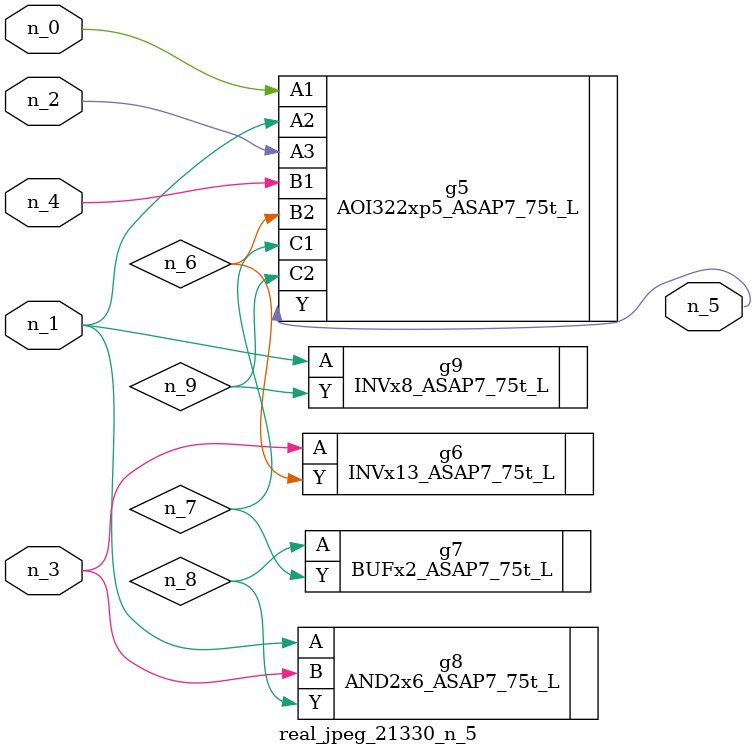
<source format=v>
module real_jpeg_21330_n_5 (n_4, n_0, n_1, n_2, n_3, n_5);

input n_4;
input n_0;
input n_1;
input n_2;
input n_3;

output n_5;

wire n_8;
wire n_6;
wire n_7;
wire n_9;

AOI322xp5_ASAP7_75t_L g5 ( 
.A1(n_0),
.A2(n_1),
.A3(n_2),
.B1(n_4),
.B2(n_6),
.C1(n_7),
.C2(n_9),
.Y(n_5)
);

AND2x6_ASAP7_75t_L g8 ( 
.A(n_1),
.B(n_3),
.Y(n_8)
);

INVx8_ASAP7_75t_L g9 ( 
.A(n_1),
.Y(n_9)
);

INVx13_ASAP7_75t_L g6 ( 
.A(n_3),
.Y(n_6)
);

BUFx2_ASAP7_75t_L g7 ( 
.A(n_8),
.Y(n_7)
);


endmodule
</source>
